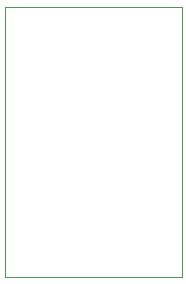
<source format=gko>
G04*
G04 #@! TF.GenerationSoftware,Altium Limited,Altium Designer,18.0.12 (696)*
G04*
G04 Layer_Color=16711935*
%FSAX24Y24*%
%MOIN*%
G70*
G01*
G75*
%ADD37C,0.0010*%
D37*
X000000Y000000D02*
X000000Y009000D01*
X005900Y009000D01*
X005900Y000000D02*
X005900Y009000D01*
X000000Y000000D02*
X005900Y000000D01*
M02*

</source>
